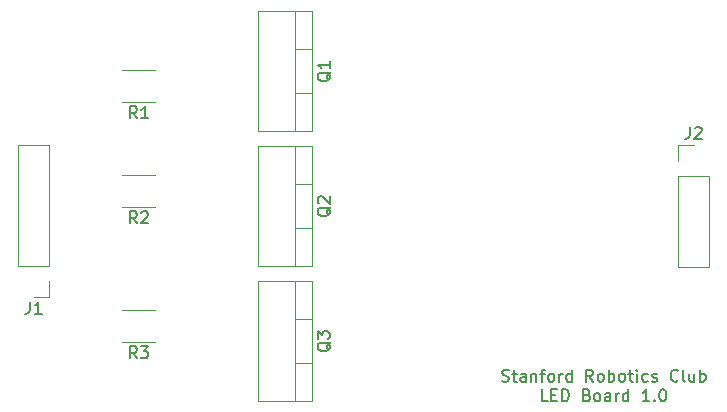
<source format=gbr>
G04 #@! TF.GenerationSoftware,KiCad,Pcbnew,(5.1.4)-1*
G04 #@! TF.CreationDate,2020-01-19T14:57:57-08:00*
G04 #@! TF.ProjectId,LEDStrip,4c454453-7472-4697-902e-6b696361645f,rev?*
G04 #@! TF.SameCoordinates,Original*
G04 #@! TF.FileFunction,Legend,Top*
G04 #@! TF.FilePolarity,Positive*
%FSLAX46Y46*%
G04 Gerber Fmt 4.6, Leading zero omitted, Abs format (unit mm)*
G04 Created by KiCad (PCBNEW (5.1.4)-1) date 2020-01-19 14:57:57*
%MOMM*%
%LPD*%
G04 APERTURE LIST*
%ADD10C,0.150000*%
%ADD11C,0.120000*%
G04 APERTURE END LIST*
D10*
X171720952Y-74509761D02*
X171863809Y-74557380D01*
X172101904Y-74557380D01*
X172197142Y-74509761D01*
X172244761Y-74462142D01*
X172292380Y-74366904D01*
X172292380Y-74271666D01*
X172244761Y-74176428D01*
X172197142Y-74128809D01*
X172101904Y-74081190D01*
X171911428Y-74033571D01*
X171816190Y-73985952D01*
X171768571Y-73938333D01*
X171720952Y-73843095D01*
X171720952Y-73747857D01*
X171768571Y-73652619D01*
X171816190Y-73605000D01*
X171911428Y-73557380D01*
X172149523Y-73557380D01*
X172292380Y-73605000D01*
X172578095Y-73890714D02*
X172959047Y-73890714D01*
X172720952Y-73557380D02*
X172720952Y-74414523D01*
X172768571Y-74509761D01*
X172863809Y-74557380D01*
X172959047Y-74557380D01*
X173720952Y-74557380D02*
X173720952Y-74033571D01*
X173673333Y-73938333D01*
X173578095Y-73890714D01*
X173387619Y-73890714D01*
X173292380Y-73938333D01*
X173720952Y-74509761D02*
X173625714Y-74557380D01*
X173387619Y-74557380D01*
X173292380Y-74509761D01*
X173244761Y-74414523D01*
X173244761Y-74319285D01*
X173292380Y-74224047D01*
X173387619Y-74176428D01*
X173625714Y-74176428D01*
X173720952Y-74128809D01*
X174197142Y-73890714D02*
X174197142Y-74557380D01*
X174197142Y-73985952D02*
X174244761Y-73938333D01*
X174340000Y-73890714D01*
X174482857Y-73890714D01*
X174578095Y-73938333D01*
X174625714Y-74033571D01*
X174625714Y-74557380D01*
X174959047Y-73890714D02*
X175340000Y-73890714D01*
X175101904Y-74557380D02*
X175101904Y-73700238D01*
X175149523Y-73605000D01*
X175244761Y-73557380D01*
X175340000Y-73557380D01*
X175816190Y-74557380D02*
X175720952Y-74509761D01*
X175673333Y-74462142D01*
X175625714Y-74366904D01*
X175625714Y-74081190D01*
X175673333Y-73985952D01*
X175720952Y-73938333D01*
X175816190Y-73890714D01*
X175959047Y-73890714D01*
X176054285Y-73938333D01*
X176101904Y-73985952D01*
X176149523Y-74081190D01*
X176149523Y-74366904D01*
X176101904Y-74462142D01*
X176054285Y-74509761D01*
X175959047Y-74557380D01*
X175816190Y-74557380D01*
X176578095Y-74557380D02*
X176578095Y-73890714D01*
X176578095Y-74081190D02*
X176625714Y-73985952D01*
X176673333Y-73938333D01*
X176768571Y-73890714D01*
X176863809Y-73890714D01*
X177625714Y-74557380D02*
X177625714Y-73557380D01*
X177625714Y-74509761D02*
X177530476Y-74557380D01*
X177340000Y-74557380D01*
X177244761Y-74509761D01*
X177197142Y-74462142D01*
X177149523Y-74366904D01*
X177149523Y-74081190D01*
X177197142Y-73985952D01*
X177244761Y-73938333D01*
X177340000Y-73890714D01*
X177530476Y-73890714D01*
X177625714Y-73938333D01*
X179435238Y-74557380D02*
X179101904Y-74081190D01*
X178863809Y-74557380D02*
X178863809Y-73557380D01*
X179244761Y-73557380D01*
X179340000Y-73605000D01*
X179387619Y-73652619D01*
X179435238Y-73747857D01*
X179435238Y-73890714D01*
X179387619Y-73985952D01*
X179340000Y-74033571D01*
X179244761Y-74081190D01*
X178863809Y-74081190D01*
X180006666Y-74557380D02*
X179911428Y-74509761D01*
X179863809Y-74462142D01*
X179816190Y-74366904D01*
X179816190Y-74081190D01*
X179863809Y-73985952D01*
X179911428Y-73938333D01*
X180006666Y-73890714D01*
X180149523Y-73890714D01*
X180244761Y-73938333D01*
X180292380Y-73985952D01*
X180340000Y-74081190D01*
X180340000Y-74366904D01*
X180292380Y-74462142D01*
X180244761Y-74509761D01*
X180149523Y-74557380D01*
X180006666Y-74557380D01*
X180768571Y-74557380D02*
X180768571Y-73557380D01*
X180768571Y-73938333D02*
X180863809Y-73890714D01*
X181054285Y-73890714D01*
X181149523Y-73938333D01*
X181197142Y-73985952D01*
X181244761Y-74081190D01*
X181244761Y-74366904D01*
X181197142Y-74462142D01*
X181149523Y-74509761D01*
X181054285Y-74557380D01*
X180863809Y-74557380D01*
X180768571Y-74509761D01*
X181816190Y-74557380D02*
X181720952Y-74509761D01*
X181673333Y-74462142D01*
X181625714Y-74366904D01*
X181625714Y-74081190D01*
X181673333Y-73985952D01*
X181720952Y-73938333D01*
X181816190Y-73890714D01*
X181959047Y-73890714D01*
X182054285Y-73938333D01*
X182101904Y-73985952D01*
X182149523Y-74081190D01*
X182149523Y-74366904D01*
X182101904Y-74462142D01*
X182054285Y-74509761D01*
X181959047Y-74557380D01*
X181816190Y-74557380D01*
X182435238Y-73890714D02*
X182816190Y-73890714D01*
X182578095Y-73557380D02*
X182578095Y-74414523D01*
X182625714Y-74509761D01*
X182720952Y-74557380D01*
X182816190Y-74557380D01*
X183149523Y-74557380D02*
X183149523Y-73890714D01*
X183149523Y-73557380D02*
X183101904Y-73605000D01*
X183149523Y-73652619D01*
X183197142Y-73605000D01*
X183149523Y-73557380D01*
X183149523Y-73652619D01*
X184054285Y-74509761D02*
X183959047Y-74557380D01*
X183768571Y-74557380D01*
X183673333Y-74509761D01*
X183625714Y-74462142D01*
X183578095Y-74366904D01*
X183578095Y-74081190D01*
X183625714Y-73985952D01*
X183673333Y-73938333D01*
X183768571Y-73890714D01*
X183959047Y-73890714D01*
X184054285Y-73938333D01*
X184435238Y-74509761D02*
X184530476Y-74557380D01*
X184720952Y-74557380D01*
X184816190Y-74509761D01*
X184863809Y-74414523D01*
X184863809Y-74366904D01*
X184816190Y-74271666D01*
X184720952Y-74224047D01*
X184578095Y-74224047D01*
X184482857Y-74176428D01*
X184435238Y-74081190D01*
X184435238Y-74033571D01*
X184482857Y-73938333D01*
X184578095Y-73890714D01*
X184720952Y-73890714D01*
X184816190Y-73938333D01*
X186625714Y-74462142D02*
X186578095Y-74509761D01*
X186435238Y-74557380D01*
X186340000Y-74557380D01*
X186197142Y-74509761D01*
X186101904Y-74414523D01*
X186054285Y-74319285D01*
X186006666Y-74128809D01*
X186006666Y-73985952D01*
X186054285Y-73795476D01*
X186101904Y-73700238D01*
X186197142Y-73605000D01*
X186340000Y-73557380D01*
X186435238Y-73557380D01*
X186578095Y-73605000D01*
X186625714Y-73652619D01*
X187197142Y-74557380D02*
X187101904Y-74509761D01*
X187054285Y-74414523D01*
X187054285Y-73557380D01*
X188006666Y-73890714D02*
X188006666Y-74557380D01*
X187578095Y-73890714D02*
X187578095Y-74414523D01*
X187625714Y-74509761D01*
X187720952Y-74557380D01*
X187863809Y-74557380D01*
X187959047Y-74509761D01*
X188006666Y-74462142D01*
X188482857Y-74557380D02*
X188482857Y-73557380D01*
X188482857Y-73938333D02*
X188578095Y-73890714D01*
X188768571Y-73890714D01*
X188863809Y-73938333D01*
X188911428Y-73985952D01*
X188959047Y-74081190D01*
X188959047Y-74366904D01*
X188911428Y-74462142D01*
X188863809Y-74509761D01*
X188768571Y-74557380D01*
X188578095Y-74557380D01*
X188482857Y-74509761D01*
X175578095Y-76207380D02*
X175101904Y-76207380D01*
X175101904Y-75207380D01*
X175911428Y-75683571D02*
X176244761Y-75683571D01*
X176387619Y-76207380D02*
X175911428Y-76207380D01*
X175911428Y-75207380D01*
X176387619Y-75207380D01*
X176816190Y-76207380D02*
X176816190Y-75207380D01*
X177054285Y-75207380D01*
X177197142Y-75255000D01*
X177292380Y-75350238D01*
X177340000Y-75445476D01*
X177387619Y-75635952D01*
X177387619Y-75778809D01*
X177340000Y-75969285D01*
X177292380Y-76064523D01*
X177197142Y-76159761D01*
X177054285Y-76207380D01*
X176816190Y-76207380D01*
X178911428Y-75683571D02*
X179054285Y-75731190D01*
X179101904Y-75778809D01*
X179149523Y-75874047D01*
X179149523Y-76016904D01*
X179101904Y-76112142D01*
X179054285Y-76159761D01*
X178959047Y-76207380D01*
X178578095Y-76207380D01*
X178578095Y-75207380D01*
X178911428Y-75207380D01*
X179006666Y-75255000D01*
X179054285Y-75302619D01*
X179101904Y-75397857D01*
X179101904Y-75493095D01*
X179054285Y-75588333D01*
X179006666Y-75635952D01*
X178911428Y-75683571D01*
X178578095Y-75683571D01*
X179720952Y-76207380D02*
X179625714Y-76159761D01*
X179578095Y-76112142D01*
X179530476Y-76016904D01*
X179530476Y-75731190D01*
X179578095Y-75635952D01*
X179625714Y-75588333D01*
X179720952Y-75540714D01*
X179863809Y-75540714D01*
X179959047Y-75588333D01*
X180006666Y-75635952D01*
X180054285Y-75731190D01*
X180054285Y-76016904D01*
X180006666Y-76112142D01*
X179959047Y-76159761D01*
X179863809Y-76207380D01*
X179720952Y-76207380D01*
X180911428Y-76207380D02*
X180911428Y-75683571D01*
X180863809Y-75588333D01*
X180768571Y-75540714D01*
X180578095Y-75540714D01*
X180482857Y-75588333D01*
X180911428Y-76159761D02*
X180816190Y-76207380D01*
X180578095Y-76207380D01*
X180482857Y-76159761D01*
X180435238Y-76064523D01*
X180435238Y-75969285D01*
X180482857Y-75874047D01*
X180578095Y-75826428D01*
X180816190Y-75826428D01*
X180911428Y-75778809D01*
X181387619Y-76207380D02*
X181387619Y-75540714D01*
X181387619Y-75731190D02*
X181435238Y-75635952D01*
X181482857Y-75588333D01*
X181578095Y-75540714D01*
X181673333Y-75540714D01*
X182435238Y-76207380D02*
X182435238Y-75207380D01*
X182435238Y-76159761D02*
X182340000Y-76207380D01*
X182149523Y-76207380D01*
X182054285Y-76159761D01*
X182006666Y-76112142D01*
X181959047Y-76016904D01*
X181959047Y-75731190D01*
X182006666Y-75635952D01*
X182054285Y-75588333D01*
X182149523Y-75540714D01*
X182340000Y-75540714D01*
X182435238Y-75588333D01*
X184197142Y-76207380D02*
X183625714Y-76207380D01*
X183911428Y-76207380D02*
X183911428Y-75207380D01*
X183816190Y-75350238D01*
X183720952Y-75445476D01*
X183625714Y-75493095D01*
X184625714Y-76112142D02*
X184673333Y-76159761D01*
X184625714Y-76207380D01*
X184578095Y-76159761D01*
X184625714Y-76112142D01*
X184625714Y-76207380D01*
X185292380Y-75207380D02*
X185387619Y-75207380D01*
X185482857Y-75255000D01*
X185530476Y-75302619D01*
X185578095Y-75397857D01*
X185625714Y-75588333D01*
X185625714Y-75826428D01*
X185578095Y-76016904D01*
X185530476Y-76112142D01*
X185482857Y-76159761D01*
X185387619Y-76207380D01*
X185292380Y-76207380D01*
X185197142Y-76159761D01*
X185149523Y-76112142D01*
X185101904Y-76016904D01*
X185054285Y-75826428D01*
X185054285Y-75588333D01*
X185101904Y-75397857D01*
X185149523Y-75302619D01*
X185197142Y-75255000D01*
X185292380Y-75207380D01*
D11*
X186630000Y-54550000D02*
X187960000Y-54550000D01*
X186630000Y-55880000D02*
X186630000Y-54550000D01*
X186630000Y-57150000D02*
X189290000Y-57150000D01*
X189290000Y-57150000D02*
X189290000Y-64830000D01*
X186630000Y-57150000D02*
X186630000Y-64830000D01*
X186630000Y-64830000D02*
X189290000Y-64830000D01*
X133410000Y-67370000D02*
X132080000Y-67370000D01*
X133410000Y-66040000D02*
X133410000Y-67370000D01*
X133410000Y-64770000D02*
X130750000Y-64770000D01*
X130750000Y-64770000D02*
X130750000Y-54550000D01*
X133410000Y-64770000D02*
X133410000Y-54550000D01*
X133410000Y-54550000D02*
X130750000Y-54550000D01*
X155670000Y-50111000D02*
X154160000Y-50111000D01*
X155670000Y-46410000D02*
X154160000Y-46410000D01*
X154160000Y-43140000D02*
X154160000Y-53380000D01*
X155670000Y-53380000D02*
X151029000Y-53380000D01*
X155670000Y-43140000D02*
X151029000Y-43140000D01*
X151029000Y-43140000D02*
X151029000Y-53380000D01*
X155670000Y-43140000D02*
X155670000Y-53380000D01*
X155670000Y-61541000D02*
X154160000Y-61541000D01*
X155670000Y-57840000D02*
X154160000Y-57840000D01*
X154160000Y-54570000D02*
X154160000Y-64810000D01*
X155670000Y-64810000D02*
X151029000Y-64810000D01*
X155670000Y-54570000D02*
X151029000Y-54570000D01*
X151029000Y-54570000D02*
X151029000Y-64810000D01*
X155670000Y-54570000D02*
X155670000Y-64810000D01*
X155670000Y-72971000D02*
X154160000Y-72971000D01*
X155670000Y-69270000D02*
X154160000Y-69270000D01*
X154160000Y-66000000D02*
X154160000Y-76240000D01*
X155670000Y-76240000D02*
X151029000Y-76240000D01*
X155670000Y-66000000D02*
X151029000Y-66000000D01*
X151029000Y-66000000D02*
X151029000Y-76240000D01*
X155670000Y-66000000D02*
X155670000Y-76240000D01*
X142372064Y-48170000D02*
X139567936Y-48170000D01*
X142372064Y-50890000D02*
X139567936Y-50890000D01*
X142372064Y-57060000D02*
X139567936Y-57060000D01*
X142372064Y-59780000D02*
X139567936Y-59780000D01*
X142372064Y-68490000D02*
X139567936Y-68490000D01*
X142372064Y-71210000D02*
X139567936Y-71210000D01*
D10*
X187626666Y-53002380D02*
X187626666Y-53716666D01*
X187579047Y-53859523D01*
X187483809Y-53954761D01*
X187340952Y-54002380D01*
X187245714Y-54002380D01*
X188055238Y-53097619D02*
X188102857Y-53050000D01*
X188198095Y-53002380D01*
X188436190Y-53002380D01*
X188531428Y-53050000D01*
X188579047Y-53097619D01*
X188626666Y-53192857D01*
X188626666Y-53288095D01*
X188579047Y-53430952D01*
X188007619Y-54002380D01*
X188626666Y-54002380D01*
X131746666Y-67822380D02*
X131746666Y-68536666D01*
X131699047Y-68679523D01*
X131603809Y-68774761D01*
X131460952Y-68822380D01*
X131365714Y-68822380D01*
X132746666Y-68822380D02*
X132175238Y-68822380D01*
X132460952Y-68822380D02*
X132460952Y-67822380D01*
X132365714Y-67965238D01*
X132270476Y-68060476D01*
X132175238Y-68108095D01*
X157217619Y-48355238D02*
X157170000Y-48450476D01*
X157074761Y-48545714D01*
X156931904Y-48688571D01*
X156884285Y-48783809D01*
X156884285Y-48879047D01*
X157122380Y-48831428D02*
X157074761Y-48926666D01*
X156979523Y-49021904D01*
X156789047Y-49069523D01*
X156455714Y-49069523D01*
X156265238Y-49021904D01*
X156170000Y-48926666D01*
X156122380Y-48831428D01*
X156122380Y-48640952D01*
X156170000Y-48545714D01*
X156265238Y-48450476D01*
X156455714Y-48402857D01*
X156789047Y-48402857D01*
X156979523Y-48450476D01*
X157074761Y-48545714D01*
X157122380Y-48640952D01*
X157122380Y-48831428D01*
X157122380Y-47450476D02*
X157122380Y-48021904D01*
X157122380Y-47736190D02*
X156122380Y-47736190D01*
X156265238Y-47831428D01*
X156360476Y-47926666D01*
X156408095Y-48021904D01*
X157217619Y-59785238D02*
X157170000Y-59880476D01*
X157074761Y-59975714D01*
X156931904Y-60118571D01*
X156884285Y-60213809D01*
X156884285Y-60309047D01*
X157122380Y-60261428D02*
X157074761Y-60356666D01*
X156979523Y-60451904D01*
X156789047Y-60499523D01*
X156455714Y-60499523D01*
X156265238Y-60451904D01*
X156170000Y-60356666D01*
X156122380Y-60261428D01*
X156122380Y-60070952D01*
X156170000Y-59975714D01*
X156265238Y-59880476D01*
X156455714Y-59832857D01*
X156789047Y-59832857D01*
X156979523Y-59880476D01*
X157074761Y-59975714D01*
X157122380Y-60070952D01*
X157122380Y-60261428D01*
X156217619Y-59451904D02*
X156170000Y-59404285D01*
X156122380Y-59309047D01*
X156122380Y-59070952D01*
X156170000Y-58975714D01*
X156217619Y-58928095D01*
X156312857Y-58880476D01*
X156408095Y-58880476D01*
X156550952Y-58928095D01*
X157122380Y-59499523D01*
X157122380Y-58880476D01*
X157217619Y-71215238D02*
X157170000Y-71310476D01*
X157074761Y-71405714D01*
X156931904Y-71548571D01*
X156884285Y-71643809D01*
X156884285Y-71739047D01*
X157122380Y-71691428D02*
X157074761Y-71786666D01*
X156979523Y-71881904D01*
X156789047Y-71929523D01*
X156455714Y-71929523D01*
X156265238Y-71881904D01*
X156170000Y-71786666D01*
X156122380Y-71691428D01*
X156122380Y-71500952D01*
X156170000Y-71405714D01*
X156265238Y-71310476D01*
X156455714Y-71262857D01*
X156789047Y-71262857D01*
X156979523Y-71310476D01*
X157074761Y-71405714D01*
X157122380Y-71500952D01*
X157122380Y-71691428D01*
X156122380Y-70929523D02*
X156122380Y-70310476D01*
X156503333Y-70643809D01*
X156503333Y-70500952D01*
X156550952Y-70405714D01*
X156598571Y-70358095D01*
X156693809Y-70310476D01*
X156931904Y-70310476D01*
X157027142Y-70358095D01*
X157074761Y-70405714D01*
X157122380Y-70500952D01*
X157122380Y-70786666D01*
X157074761Y-70881904D01*
X157027142Y-70929523D01*
X140803333Y-52262380D02*
X140470000Y-51786190D01*
X140231904Y-52262380D02*
X140231904Y-51262380D01*
X140612857Y-51262380D01*
X140708095Y-51310000D01*
X140755714Y-51357619D01*
X140803333Y-51452857D01*
X140803333Y-51595714D01*
X140755714Y-51690952D01*
X140708095Y-51738571D01*
X140612857Y-51786190D01*
X140231904Y-51786190D01*
X141755714Y-52262380D02*
X141184285Y-52262380D01*
X141470000Y-52262380D02*
X141470000Y-51262380D01*
X141374761Y-51405238D01*
X141279523Y-51500476D01*
X141184285Y-51548095D01*
X140803333Y-61152380D02*
X140470000Y-60676190D01*
X140231904Y-61152380D02*
X140231904Y-60152380D01*
X140612857Y-60152380D01*
X140708095Y-60200000D01*
X140755714Y-60247619D01*
X140803333Y-60342857D01*
X140803333Y-60485714D01*
X140755714Y-60580952D01*
X140708095Y-60628571D01*
X140612857Y-60676190D01*
X140231904Y-60676190D01*
X141184285Y-60247619D02*
X141231904Y-60200000D01*
X141327142Y-60152380D01*
X141565238Y-60152380D01*
X141660476Y-60200000D01*
X141708095Y-60247619D01*
X141755714Y-60342857D01*
X141755714Y-60438095D01*
X141708095Y-60580952D01*
X141136666Y-61152380D01*
X141755714Y-61152380D01*
X140803333Y-72582380D02*
X140470000Y-72106190D01*
X140231904Y-72582380D02*
X140231904Y-71582380D01*
X140612857Y-71582380D01*
X140708095Y-71630000D01*
X140755714Y-71677619D01*
X140803333Y-71772857D01*
X140803333Y-71915714D01*
X140755714Y-72010952D01*
X140708095Y-72058571D01*
X140612857Y-72106190D01*
X140231904Y-72106190D01*
X141136666Y-71582380D02*
X141755714Y-71582380D01*
X141422380Y-71963333D01*
X141565238Y-71963333D01*
X141660476Y-72010952D01*
X141708095Y-72058571D01*
X141755714Y-72153809D01*
X141755714Y-72391904D01*
X141708095Y-72487142D01*
X141660476Y-72534761D01*
X141565238Y-72582380D01*
X141279523Y-72582380D01*
X141184285Y-72534761D01*
X141136666Y-72487142D01*
M02*

</source>
